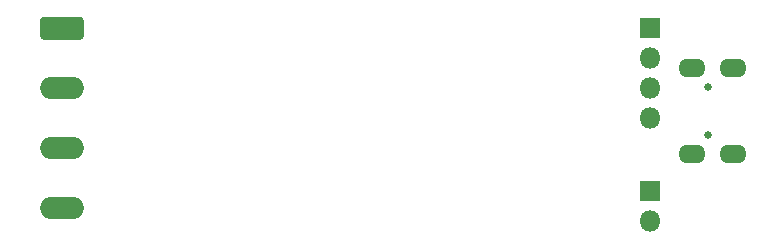
<source format=gbr>
%TF.GenerationSoftware,KiCad,Pcbnew,5.1.6-c6e7f7d~87~ubuntu20.04.1*%
%TF.CreationDate,2020-09-20T16:33:26-07:00*%
%TF.ProjectId,esp8266-iot,65737038-3236-4362-9d69-6f742e6b6963,rev?*%
%TF.SameCoordinates,Original*%
%TF.FileFunction,Soldermask,Bot*%
%TF.FilePolarity,Negative*%
%FSLAX46Y46*%
G04 Gerber Fmt 4.6, Leading zero omitted, Abs format (unit mm)*
G04 Created by KiCad (PCBNEW 5.1.6-c6e7f7d~87~ubuntu20.04.1) date 2020-09-20 16:33:26*
%MOMM*%
%LPD*%
G01*
G04 APERTURE LIST*
%ADD10C,0.650000*%
%ADD11O,2.300000X1.600000*%
%ADD12O,1.800000X1.800000*%
%ADD13R,1.800000X1.800000*%
%ADD14O,3.700000X1.900000*%
G04 APERTURE END LIST*
D10*
%TO.C,J4*%
X27700000Y-2000000D03*
X27700000Y2000000D03*
D11*
X29850000Y-3600000D03*
X29850000Y3600000D03*
X26380000Y3600000D03*
X26380000Y-3600000D03*
%TD*%
D12*
%TO.C,J3*%
X22750000Y-9290000D03*
D13*
X22750000Y-6750000D03*
%TD*%
D14*
%TO.C,J2*%
X-27000000Y-8240000D03*
X-27000000Y-3160000D03*
X-27000000Y1920000D03*
G36*
G01*
X-28586111Y7950000D02*
X-25413889Y7950000D01*
G75*
G02*
X-25150000Y7686111I0J-263889D01*
G01*
X-25150000Y6313889D01*
G75*
G02*
X-25413889Y6050000I-263889J0D01*
G01*
X-28586111Y6050000D01*
G75*
G02*
X-28850000Y6313889I0J263889D01*
G01*
X-28850000Y7686111D01*
G75*
G02*
X-28586111Y7950000I263889J0D01*
G01*
G37*
%TD*%
D12*
%TO.C,J1*%
X22750000Y-620000D03*
X22750000Y1920000D03*
X22750000Y4460000D03*
D13*
X22750000Y7000000D03*
%TD*%
M02*

</source>
